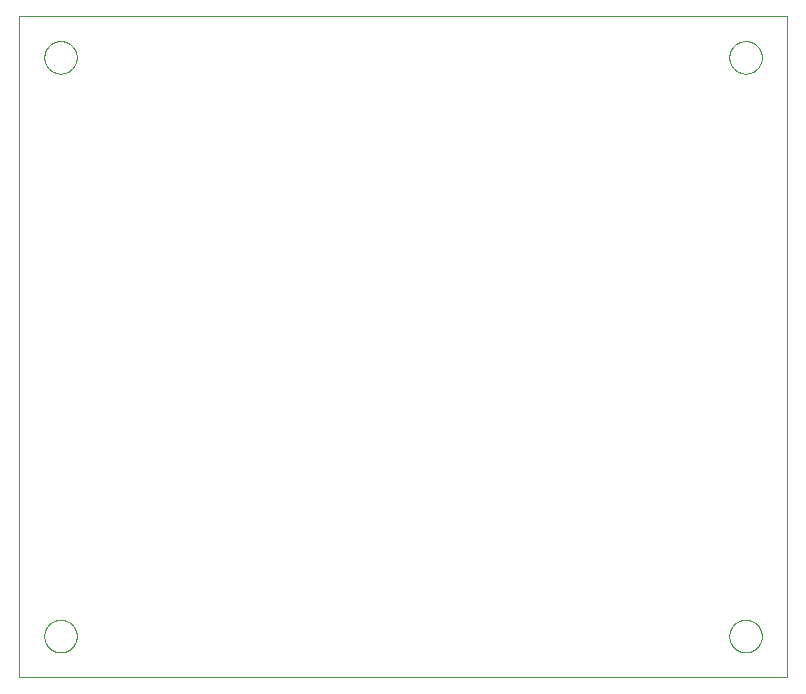
<source format=gtp>
G75*
%MOIN*%
%OFA0B0*%
%FSLAX25Y25*%
%IPPOS*%
%LPD*%
%AMOC8*
5,1,8,0,0,1.08239X$1,22.5*
%
%ADD10C,0.00000*%
D10*
X0001000Y0001000D02*
X0256906Y0001000D01*
X0256906Y0221472D01*
X0001000Y0221472D01*
X0001000Y0001000D01*
X0009367Y0014780D02*
X0009369Y0014927D01*
X0009375Y0015073D01*
X0009385Y0015219D01*
X0009399Y0015365D01*
X0009417Y0015511D01*
X0009438Y0015656D01*
X0009464Y0015800D01*
X0009494Y0015944D01*
X0009527Y0016086D01*
X0009564Y0016228D01*
X0009605Y0016369D01*
X0009650Y0016508D01*
X0009699Y0016647D01*
X0009751Y0016784D01*
X0009808Y0016919D01*
X0009867Y0017053D01*
X0009931Y0017185D01*
X0009998Y0017315D01*
X0010068Y0017444D01*
X0010142Y0017571D01*
X0010219Y0017695D01*
X0010300Y0017818D01*
X0010384Y0017938D01*
X0010471Y0018056D01*
X0010561Y0018171D01*
X0010654Y0018284D01*
X0010751Y0018395D01*
X0010850Y0018503D01*
X0010952Y0018608D01*
X0011057Y0018710D01*
X0011165Y0018809D01*
X0011276Y0018906D01*
X0011389Y0018999D01*
X0011504Y0019089D01*
X0011622Y0019176D01*
X0011742Y0019260D01*
X0011865Y0019341D01*
X0011989Y0019418D01*
X0012116Y0019492D01*
X0012245Y0019562D01*
X0012375Y0019629D01*
X0012507Y0019693D01*
X0012641Y0019752D01*
X0012776Y0019809D01*
X0012913Y0019861D01*
X0013052Y0019910D01*
X0013191Y0019955D01*
X0013332Y0019996D01*
X0013474Y0020033D01*
X0013616Y0020066D01*
X0013760Y0020096D01*
X0013904Y0020122D01*
X0014049Y0020143D01*
X0014195Y0020161D01*
X0014341Y0020175D01*
X0014487Y0020185D01*
X0014633Y0020191D01*
X0014780Y0020193D01*
X0014927Y0020191D01*
X0015073Y0020185D01*
X0015219Y0020175D01*
X0015365Y0020161D01*
X0015511Y0020143D01*
X0015656Y0020122D01*
X0015800Y0020096D01*
X0015944Y0020066D01*
X0016086Y0020033D01*
X0016228Y0019996D01*
X0016369Y0019955D01*
X0016508Y0019910D01*
X0016647Y0019861D01*
X0016784Y0019809D01*
X0016919Y0019752D01*
X0017053Y0019693D01*
X0017185Y0019629D01*
X0017315Y0019562D01*
X0017444Y0019492D01*
X0017571Y0019418D01*
X0017695Y0019341D01*
X0017818Y0019260D01*
X0017938Y0019176D01*
X0018056Y0019089D01*
X0018171Y0018999D01*
X0018284Y0018906D01*
X0018395Y0018809D01*
X0018503Y0018710D01*
X0018608Y0018608D01*
X0018710Y0018503D01*
X0018809Y0018395D01*
X0018906Y0018284D01*
X0018999Y0018171D01*
X0019089Y0018056D01*
X0019176Y0017938D01*
X0019260Y0017818D01*
X0019341Y0017695D01*
X0019418Y0017571D01*
X0019492Y0017444D01*
X0019562Y0017315D01*
X0019629Y0017185D01*
X0019693Y0017053D01*
X0019752Y0016919D01*
X0019809Y0016784D01*
X0019861Y0016647D01*
X0019910Y0016508D01*
X0019955Y0016369D01*
X0019996Y0016228D01*
X0020033Y0016086D01*
X0020066Y0015944D01*
X0020096Y0015800D01*
X0020122Y0015656D01*
X0020143Y0015511D01*
X0020161Y0015365D01*
X0020175Y0015219D01*
X0020185Y0015073D01*
X0020191Y0014927D01*
X0020193Y0014780D01*
X0020191Y0014633D01*
X0020185Y0014487D01*
X0020175Y0014341D01*
X0020161Y0014195D01*
X0020143Y0014049D01*
X0020122Y0013904D01*
X0020096Y0013760D01*
X0020066Y0013616D01*
X0020033Y0013474D01*
X0019996Y0013332D01*
X0019955Y0013191D01*
X0019910Y0013052D01*
X0019861Y0012913D01*
X0019809Y0012776D01*
X0019752Y0012641D01*
X0019693Y0012507D01*
X0019629Y0012375D01*
X0019562Y0012245D01*
X0019492Y0012116D01*
X0019418Y0011989D01*
X0019341Y0011865D01*
X0019260Y0011742D01*
X0019176Y0011622D01*
X0019089Y0011504D01*
X0018999Y0011389D01*
X0018906Y0011276D01*
X0018809Y0011165D01*
X0018710Y0011057D01*
X0018608Y0010952D01*
X0018503Y0010850D01*
X0018395Y0010751D01*
X0018284Y0010654D01*
X0018171Y0010561D01*
X0018056Y0010471D01*
X0017938Y0010384D01*
X0017818Y0010300D01*
X0017695Y0010219D01*
X0017571Y0010142D01*
X0017444Y0010068D01*
X0017315Y0009998D01*
X0017185Y0009931D01*
X0017053Y0009867D01*
X0016919Y0009808D01*
X0016784Y0009751D01*
X0016647Y0009699D01*
X0016508Y0009650D01*
X0016369Y0009605D01*
X0016228Y0009564D01*
X0016086Y0009527D01*
X0015944Y0009494D01*
X0015800Y0009464D01*
X0015656Y0009438D01*
X0015511Y0009417D01*
X0015365Y0009399D01*
X0015219Y0009385D01*
X0015073Y0009375D01*
X0014927Y0009369D01*
X0014780Y0009367D01*
X0014633Y0009369D01*
X0014487Y0009375D01*
X0014341Y0009385D01*
X0014195Y0009399D01*
X0014049Y0009417D01*
X0013904Y0009438D01*
X0013760Y0009464D01*
X0013616Y0009494D01*
X0013474Y0009527D01*
X0013332Y0009564D01*
X0013191Y0009605D01*
X0013052Y0009650D01*
X0012913Y0009699D01*
X0012776Y0009751D01*
X0012641Y0009808D01*
X0012507Y0009867D01*
X0012375Y0009931D01*
X0012245Y0009998D01*
X0012116Y0010068D01*
X0011989Y0010142D01*
X0011865Y0010219D01*
X0011742Y0010300D01*
X0011622Y0010384D01*
X0011504Y0010471D01*
X0011389Y0010561D01*
X0011276Y0010654D01*
X0011165Y0010751D01*
X0011057Y0010850D01*
X0010952Y0010952D01*
X0010850Y0011057D01*
X0010751Y0011165D01*
X0010654Y0011276D01*
X0010561Y0011389D01*
X0010471Y0011504D01*
X0010384Y0011622D01*
X0010300Y0011742D01*
X0010219Y0011865D01*
X0010142Y0011989D01*
X0010068Y0012116D01*
X0009998Y0012245D01*
X0009931Y0012375D01*
X0009867Y0012507D01*
X0009808Y0012641D01*
X0009751Y0012776D01*
X0009699Y0012913D01*
X0009650Y0013052D01*
X0009605Y0013191D01*
X0009564Y0013332D01*
X0009527Y0013474D01*
X0009494Y0013616D01*
X0009464Y0013760D01*
X0009438Y0013904D01*
X0009417Y0014049D01*
X0009399Y0014195D01*
X0009385Y0014341D01*
X0009375Y0014487D01*
X0009369Y0014633D01*
X0009367Y0014780D01*
X0009367Y0207693D02*
X0009369Y0207840D01*
X0009375Y0207986D01*
X0009385Y0208132D01*
X0009399Y0208278D01*
X0009417Y0208424D01*
X0009438Y0208569D01*
X0009464Y0208713D01*
X0009494Y0208857D01*
X0009527Y0208999D01*
X0009564Y0209141D01*
X0009605Y0209282D01*
X0009650Y0209421D01*
X0009699Y0209560D01*
X0009751Y0209697D01*
X0009808Y0209832D01*
X0009867Y0209966D01*
X0009931Y0210098D01*
X0009998Y0210228D01*
X0010068Y0210357D01*
X0010142Y0210484D01*
X0010219Y0210608D01*
X0010300Y0210731D01*
X0010384Y0210851D01*
X0010471Y0210969D01*
X0010561Y0211084D01*
X0010654Y0211197D01*
X0010751Y0211308D01*
X0010850Y0211416D01*
X0010952Y0211521D01*
X0011057Y0211623D01*
X0011165Y0211722D01*
X0011276Y0211819D01*
X0011389Y0211912D01*
X0011504Y0212002D01*
X0011622Y0212089D01*
X0011742Y0212173D01*
X0011865Y0212254D01*
X0011989Y0212331D01*
X0012116Y0212405D01*
X0012245Y0212475D01*
X0012375Y0212542D01*
X0012507Y0212606D01*
X0012641Y0212665D01*
X0012776Y0212722D01*
X0012913Y0212774D01*
X0013052Y0212823D01*
X0013191Y0212868D01*
X0013332Y0212909D01*
X0013474Y0212946D01*
X0013616Y0212979D01*
X0013760Y0213009D01*
X0013904Y0213035D01*
X0014049Y0213056D01*
X0014195Y0213074D01*
X0014341Y0213088D01*
X0014487Y0213098D01*
X0014633Y0213104D01*
X0014780Y0213106D01*
X0014927Y0213104D01*
X0015073Y0213098D01*
X0015219Y0213088D01*
X0015365Y0213074D01*
X0015511Y0213056D01*
X0015656Y0213035D01*
X0015800Y0213009D01*
X0015944Y0212979D01*
X0016086Y0212946D01*
X0016228Y0212909D01*
X0016369Y0212868D01*
X0016508Y0212823D01*
X0016647Y0212774D01*
X0016784Y0212722D01*
X0016919Y0212665D01*
X0017053Y0212606D01*
X0017185Y0212542D01*
X0017315Y0212475D01*
X0017444Y0212405D01*
X0017571Y0212331D01*
X0017695Y0212254D01*
X0017818Y0212173D01*
X0017938Y0212089D01*
X0018056Y0212002D01*
X0018171Y0211912D01*
X0018284Y0211819D01*
X0018395Y0211722D01*
X0018503Y0211623D01*
X0018608Y0211521D01*
X0018710Y0211416D01*
X0018809Y0211308D01*
X0018906Y0211197D01*
X0018999Y0211084D01*
X0019089Y0210969D01*
X0019176Y0210851D01*
X0019260Y0210731D01*
X0019341Y0210608D01*
X0019418Y0210484D01*
X0019492Y0210357D01*
X0019562Y0210228D01*
X0019629Y0210098D01*
X0019693Y0209966D01*
X0019752Y0209832D01*
X0019809Y0209697D01*
X0019861Y0209560D01*
X0019910Y0209421D01*
X0019955Y0209282D01*
X0019996Y0209141D01*
X0020033Y0208999D01*
X0020066Y0208857D01*
X0020096Y0208713D01*
X0020122Y0208569D01*
X0020143Y0208424D01*
X0020161Y0208278D01*
X0020175Y0208132D01*
X0020185Y0207986D01*
X0020191Y0207840D01*
X0020193Y0207693D01*
X0020191Y0207546D01*
X0020185Y0207400D01*
X0020175Y0207254D01*
X0020161Y0207108D01*
X0020143Y0206962D01*
X0020122Y0206817D01*
X0020096Y0206673D01*
X0020066Y0206529D01*
X0020033Y0206387D01*
X0019996Y0206245D01*
X0019955Y0206104D01*
X0019910Y0205965D01*
X0019861Y0205826D01*
X0019809Y0205689D01*
X0019752Y0205554D01*
X0019693Y0205420D01*
X0019629Y0205288D01*
X0019562Y0205158D01*
X0019492Y0205029D01*
X0019418Y0204902D01*
X0019341Y0204778D01*
X0019260Y0204655D01*
X0019176Y0204535D01*
X0019089Y0204417D01*
X0018999Y0204302D01*
X0018906Y0204189D01*
X0018809Y0204078D01*
X0018710Y0203970D01*
X0018608Y0203865D01*
X0018503Y0203763D01*
X0018395Y0203664D01*
X0018284Y0203567D01*
X0018171Y0203474D01*
X0018056Y0203384D01*
X0017938Y0203297D01*
X0017818Y0203213D01*
X0017695Y0203132D01*
X0017571Y0203055D01*
X0017444Y0202981D01*
X0017315Y0202911D01*
X0017185Y0202844D01*
X0017053Y0202780D01*
X0016919Y0202721D01*
X0016784Y0202664D01*
X0016647Y0202612D01*
X0016508Y0202563D01*
X0016369Y0202518D01*
X0016228Y0202477D01*
X0016086Y0202440D01*
X0015944Y0202407D01*
X0015800Y0202377D01*
X0015656Y0202351D01*
X0015511Y0202330D01*
X0015365Y0202312D01*
X0015219Y0202298D01*
X0015073Y0202288D01*
X0014927Y0202282D01*
X0014780Y0202280D01*
X0014633Y0202282D01*
X0014487Y0202288D01*
X0014341Y0202298D01*
X0014195Y0202312D01*
X0014049Y0202330D01*
X0013904Y0202351D01*
X0013760Y0202377D01*
X0013616Y0202407D01*
X0013474Y0202440D01*
X0013332Y0202477D01*
X0013191Y0202518D01*
X0013052Y0202563D01*
X0012913Y0202612D01*
X0012776Y0202664D01*
X0012641Y0202721D01*
X0012507Y0202780D01*
X0012375Y0202844D01*
X0012245Y0202911D01*
X0012116Y0202981D01*
X0011989Y0203055D01*
X0011865Y0203132D01*
X0011742Y0203213D01*
X0011622Y0203297D01*
X0011504Y0203384D01*
X0011389Y0203474D01*
X0011276Y0203567D01*
X0011165Y0203664D01*
X0011057Y0203763D01*
X0010952Y0203865D01*
X0010850Y0203970D01*
X0010751Y0204078D01*
X0010654Y0204189D01*
X0010561Y0204302D01*
X0010471Y0204417D01*
X0010384Y0204535D01*
X0010300Y0204655D01*
X0010219Y0204778D01*
X0010142Y0204902D01*
X0010068Y0205029D01*
X0009998Y0205158D01*
X0009931Y0205288D01*
X0009867Y0205420D01*
X0009808Y0205554D01*
X0009751Y0205689D01*
X0009699Y0205826D01*
X0009650Y0205965D01*
X0009605Y0206104D01*
X0009564Y0206245D01*
X0009527Y0206387D01*
X0009494Y0206529D01*
X0009464Y0206673D01*
X0009438Y0206817D01*
X0009417Y0206962D01*
X0009399Y0207108D01*
X0009385Y0207254D01*
X0009375Y0207400D01*
X0009369Y0207546D01*
X0009367Y0207693D01*
X0237713Y0207693D02*
X0237715Y0207840D01*
X0237721Y0207986D01*
X0237731Y0208132D01*
X0237745Y0208278D01*
X0237763Y0208424D01*
X0237784Y0208569D01*
X0237810Y0208713D01*
X0237840Y0208857D01*
X0237873Y0208999D01*
X0237910Y0209141D01*
X0237951Y0209282D01*
X0237996Y0209421D01*
X0238045Y0209560D01*
X0238097Y0209697D01*
X0238154Y0209832D01*
X0238213Y0209966D01*
X0238277Y0210098D01*
X0238344Y0210228D01*
X0238414Y0210357D01*
X0238488Y0210484D01*
X0238565Y0210608D01*
X0238646Y0210731D01*
X0238730Y0210851D01*
X0238817Y0210969D01*
X0238907Y0211084D01*
X0239000Y0211197D01*
X0239097Y0211308D01*
X0239196Y0211416D01*
X0239298Y0211521D01*
X0239403Y0211623D01*
X0239511Y0211722D01*
X0239622Y0211819D01*
X0239735Y0211912D01*
X0239850Y0212002D01*
X0239968Y0212089D01*
X0240088Y0212173D01*
X0240211Y0212254D01*
X0240335Y0212331D01*
X0240462Y0212405D01*
X0240591Y0212475D01*
X0240721Y0212542D01*
X0240853Y0212606D01*
X0240987Y0212665D01*
X0241122Y0212722D01*
X0241259Y0212774D01*
X0241398Y0212823D01*
X0241537Y0212868D01*
X0241678Y0212909D01*
X0241820Y0212946D01*
X0241962Y0212979D01*
X0242106Y0213009D01*
X0242250Y0213035D01*
X0242395Y0213056D01*
X0242541Y0213074D01*
X0242687Y0213088D01*
X0242833Y0213098D01*
X0242979Y0213104D01*
X0243126Y0213106D01*
X0243273Y0213104D01*
X0243419Y0213098D01*
X0243565Y0213088D01*
X0243711Y0213074D01*
X0243857Y0213056D01*
X0244002Y0213035D01*
X0244146Y0213009D01*
X0244290Y0212979D01*
X0244432Y0212946D01*
X0244574Y0212909D01*
X0244715Y0212868D01*
X0244854Y0212823D01*
X0244993Y0212774D01*
X0245130Y0212722D01*
X0245265Y0212665D01*
X0245399Y0212606D01*
X0245531Y0212542D01*
X0245661Y0212475D01*
X0245790Y0212405D01*
X0245917Y0212331D01*
X0246041Y0212254D01*
X0246164Y0212173D01*
X0246284Y0212089D01*
X0246402Y0212002D01*
X0246517Y0211912D01*
X0246630Y0211819D01*
X0246741Y0211722D01*
X0246849Y0211623D01*
X0246954Y0211521D01*
X0247056Y0211416D01*
X0247155Y0211308D01*
X0247252Y0211197D01*
X0247345Y0211084D01*
X0247435Y0210969D01*
X0247522Y0210851D01*
X0247606Y0210731D01*
X0247687Y0210608D01*
X0247764Y0210484D01*
X0247838Y0210357D01*
X0247908Y0210228D01*
X0247975Y0210098D01*
X0248039Y0209966D01*
X0248098Y0209832D01*
X0248155Y0209697D01*
X0248207Y0209560D01*
X0248256Y0209421D01*
X0248301Y0209282D01*
X0248342Y0209141D01*
X0248379Y0208999D01*
X0248412Y0208857D01*
X0248442Y0208713D01*
X0248468Y0208569D01*
X0248489Y0208424D01*
X0248507Y0208278D01*
X0248521Y0208132D01*
X0248531Y0207986D01*
X0248537Y0207840D01*
X0248539Y0207693D01*
X0248537Y0207546D01*
X0248531Y0207400D01*
X0248521Y0207254D01*
X0248507Y0207108D01*
X0248489Y0206962D01*
X0248468Y0206817D01*
X0248442Y0206673D01*
X0248412Y0206529D01*
X0248379Y0206387D01*
X0248342Y0206245D01*
X0248301Y0206104D01*
X0248256Y0205965D01*
X0248207Y0205826D01*
X0248155Y0205689D01*
X0248098Y0205554D01*
X0248039Y0205420D01*
X0247975Y0205288D01*
X0247908Y0205158D01*
X0247838Y0205029D01*
X0247764Y0204902D01*
X0247687Y0204778D01*
X0247606Y0204655D01*
X0247522Y0204535D01*
X0247435Y0204417D01*
X0247345Y0204302D01*
X0247252Y0204189D01*
X0247155Y0204078D01*
X0247056Y0203970D01*
X0246954Y0203865D01*
X0246849Y0203763D01*
X0246741Y0203664D01*
X0246630Y0203567D01*
X0246517Y0203474D01*
X0246402Y0203384D01*
X0246284Y0203297D01*
X0246164Y0203213D01*
X0246041Y0203132D01*
X0245917Y0203055D01*
X0245790Y0202981D01*
X0245661Y0202911D01*
X0245531Y0202844D01*
X0245399Y0202780D01*
X0245265Y0202721D01*
X0245130Y0202664D01*
X0244993Y0202612D01*
X0244854Y0202563D01*
X0244715Y0202518D01*
X0244574Y0202477D01*
X0244432Y0202440D01*
X0244290Y0202407D01*
X0244146Y0202377D01*
X0244002Y0202351D01*
X0243857Y0202330D01*
X0243711Y0202312D01*
X0243565Y0202298D01*
X0243419Y0202288D01*
X0243273Y0202282D01*
X0243126Y0202280D01*
X0242979Y0202282D01*
X0242833Y0202288D01*
X0242687Y0202298D01*
X0242541Y0202312D01*
X0242395Y0202330D01*
X0242250Y0202351D01*
X0242106Y0202377D01*
X0241962Y0202407D01*
X0241820Y0202440D01*
X0241678Y0202477D01*
X0241537Y0202518D01*
X0241398Y0202563D01*
X0241259Y0202612D01*
X0241122Y0202664D01*
X0240987Y0202721D01*
X0240853Y0202780D01*
X0240721Y0202844D01*
X0240591Y0202911D01*
X0240462Y0202981D01*
X0240335Y0203055D01*
X0240211Y0203132D01*
X0240088Y0203213D01*
X0239968Y0203297D01*
X0239850Y0203384D01*
X0239735Y0203474D01*
X0239622Y0203567D01*
X0239511Y0203664D01*
X0239403Y0203763D01*
X0239298Y0203865D01*
X0239196Y0203970D01*
X0239097Y0204078D01*
X0239000Y0204189D01*
X0238907Y0204302D01*
X0238817Y0204417D01*
X0238730Y0204535D01*
X0238646Y0204655D01*
X0238565Y0204778D01*
X0238488Y0204902D01*
X0238414Y0205029D01*
X0238344Y0205158D01*
X0238277Y0205288D01*
X0238213Y0205420D01*
X0238154Y0205554D01*
X0238097Y0205689D01*
X0238045Y0205826D01*
X0237996Y0205965D01*
X0237951Y0206104D01*
X0237910Y0206245D01*
X0237873Y0206387D01*
X0237840Y0206529D01*
X0237810Y0206673D01*
X0237784Y0206817D01*
X0237763Y0206962D01*
X0237745Y0207108D01*
X0237731Y0207254D01*
X0237721Y0207400D01*
X0237715Y0207546D01*
X0237713Y0207693D01*
X0237713Y0014780D02*
X0237715Y0014927D01*
X0237721Y0015073D01*
X0237731Y0015219D01*
X0237745Y0015365D01*
X0237763Y0015511D01*
X0237784Y0015656D01*
X0237810Y0015800D01*
X0237840Y0015944D01*
X0237873Y0016086D01*
X0237910Y0016228D01*
X0237951Y0016369D01*
X0237996Y0016508D01*
X0238045Y0016647D01*
X0238097Y0016784D01*
X0238154Y0016919D01*
X0238213Y0017053D01*
X0238277Y0017185D01*
X0238344Y0017315D01*
X0238414Y0017444D01*
X0238488Y0017571D01*
X0238565Y0017695D01*
X0238646Y0017818D01*
X0238730Y0017938D01*
X0238817Y0018056D01*
X0238907Y0018171D01*
X0239000Y0018284D01*
X0239097Y0018395D01*
X0239196Y0018503D01*
X0239298Y0018608D01*
X0239403Y0018710D01*
X0239511Y0018809D01*
X0239622Y0018906D01*
X0239735Y0018999D01*
X0239850Y0019089D01*
X0239968Y0019176D01*
X0240088Y0019260D01*
X0240211Y0019341D01*
X0240335Y0019418D01*
X0240462Y0019492D01*
X0240591Y0019562D01*
X0240721Y0019629D01*
X0240853Y0019693D01*
X0240987Y0019752D01*
X0241122Y0019809D01*
X0241259Y0019861D01*
X0241398Y0019910D01*
X0241537Y0019955D01*
X0241678Y0019996D01*
X0241820Y0020033D01*
X0241962Y0020066D01*
X0242106Y0020096D01*
X0242250Y0020122D01*
X0242395Y0020143D01*
X0242541Y0020161D01*
X0242687Y0020175D01*
X0242833Y0020185D01*
X0242979Y0020191D01*
X0243126Y0020193D01*
X0243273Y0020191D01*
X0243419Y0020185D01*
X0243565Y0020175D01*
X0243711Y0020161D01*
X0243857Y0020143D01*
X0244002Y0020122D01*
X0244146Y0020096D01*
X0244290Y0020066D01*
X0244432Y0020033D01*
X0244574Y0019996D01*
X0244715Y0019955D01*
X0244854Y0019910D01*
X0244993Y0019861D01*
X0245130Y0019809D01*
X0245265Y0019752D01*
X0245399Y0019693D01*
X0245531Y0019629D01*
X0245661Y0019562D01*
X0245790Y0019492D01*
X0245917Y0019418D01*
X0246041Y0019341D01*
X0246164Y0019260D01*
X0246284Y0019176D01*
X0246402Y0019089D01*
X0246517Y0018999D01*
X0246630Y0018906D01*
X0246741Y0018809D01*
X0246849Y0018710D01*
X0246954Y0018608D01*
X0247056Y0018503D01*
X0247155Y0018395D01*
X0247252Y0018284D01*
X0247345Y0018171D01*
X0247435Y0018056D01*
X0247522Y0017938D01*
X0247606Y0017818D01*
X0247687Y0017695D01*
X0247764Y0017571D01*
X0247838Y0017444D01*
X0247908Y0017315D01*
X0247975Y0017185D01*
X0248039Y0017053D01*
X0248098Y0016919D01*
X0248155Y0016784D01*
X0248207Y0016647D01*
X0248256Y0016508D01*
X0248301Y0016369D01*
X0248342Y0016228D01*
X0248379Y0016086D01*
X0248412Y0015944D01*
X0248442Y0015800D01*
X0248468Y0015656D01*
X0248489Y0015511D01*
X0248507Y0015365D01*
X0248521Y0015219D01*
X0248531Y0015073D01*
X0248537Y0014927D01*
X0248539Y0014780D01*
X0248537Y0014633D01*
X0248531Y0014487D01*
X0248521Y0014341D01*
X0248507Y0014195D01*
X0248489Y0014049D01*
X0248468Y0013904D01*
X0248442Y0013760D01*
X0248412Y0013616D01*
X0248379Y0013474D01*
X0248342Y0013332D01*
X0248301Y0013191D01*
X0248256Y0013052D01*
X0248207Y0012913D01*
X0248155Y0012776D01*
X0248098Y0012641D01*
X0248039Y0012507D01*
X0247975Y0012375D01*
X0247908Y0012245D01*
X0247838Y0012116D01*
X0247764Y0011989D01*
X0247687Y0011865D01*
X0247606Y0011742D01*
X0247522Y0011622D01*
X0247435Y0011504D01*
X0247345Y0011389D01*
X0247252Y0011276D01*
X0247155Y0011165D01*
X0247056Y0011057D01*
X0246954Y0010952D01*
X0246849Y0010850D01*
X0246741Y0010751D01*
X0246630Y0010654D01*
X0246517Y0010561D01*
X0246402Y0010471D01*
X0246284Y0010384D01*
X0246164Y0010300D01*
X0246041Y0010219D01*
X0245917Y0010142D01*
X0245790Y0010068D01*
X0245661Y0009998D01*
X0245531Y0009931D01*
X0245399Y0009867D01*
X0245265Y0009808D01*
X0245130Y0009751D01*
X0244993Y0009699D01*
X0244854Y0009650D01*
X0244715Y0009605D01*
X0244574Y0009564D01*
X0244432Y0009527D01*
X0244290Y0009494D01*
X0244146Y0009464D01*
X0244002Y0009438D01*
X0243857Y0009417D01*
X0243711Y0009399D01*
X0243565Y0009385D01*
X0243419Y0009375D01*
X0243273Y0009369D01*
X0243126Y0009367D01*
X0242979Y0009369D01*
X0242833Y0009375D01*
X0242687Y0009385D01*
X0242541Y0009399D01*
X0242395Y0009417D01*
X0242250Y0009438D01*
X0242106Y0009464D01*
X0241962Y0009494D01*
X0241820Y0009527D01*
X0241678Y0009564D01*
X0241537Y0009605D01*
X0241398Y0009650D01*
X0241259Y0009699D01*
X0241122Y0009751D01*
X0240987Y0009808D01*
X0240853Y0009867D01*
X0240721Y0009931D01*
X0240591Y0009998D01*
X0240462Y0010068D01*
X0240335Y0010142D01*
X0240211Y0010219D01*
X0240088Y0010300D01*
X0239968Y0010384D01*
X0239850Y0010471D01*
X0239735Y0010561D01*
X0239622Y0010654D01*
X0239511Y0010751D01*
X0239403Y0010850D01*
X0239298Y0010952D01*
X0239196Y0011057D01*
X0239097Y0011165D01*
X0239000Y0011276D01*
X0238907Y0011389D01*
X0238817Y0011504D01*
X0238730Y0011622D01*
X0238646Y0011742D01*
X0238565Y0011865D01*
X0238488Y0011989D01*
X0238414Y0012116D01*
X0238344Y0012245D01*
X0238277Y0012375D01*
X0238213Y0012507D01*
X0238154Y0012641D01*
X0238097Y0012776D01*
X0238045Y0012913D01*
X0237996Y0013052D01*
X0237951Y0013191D01*
X0237910Y0013332D01*
X0237873Y0013474D01*
X0237840Y0013616D01*
X0237810Y0013760D01*
X0237784Y0013904D01*
X0237763Y0014049D01*
X0237745Y0014195D01*
X0237731Y0014341D01*
X0237721Y0014487D01*
X0237715Y0014633D01*
X0237713Y0014780D01*
M02*

</source>
